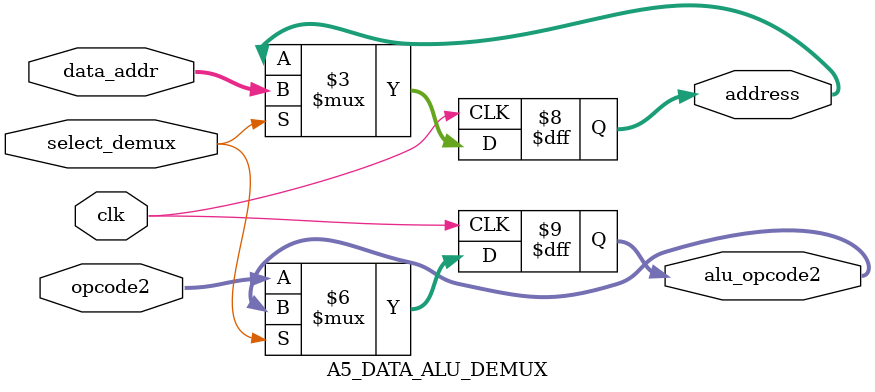
<source format=v>
`timescale 1ns / 1ps
module A5_DATA_ALU_DEMUX(clk, data_addr, opcode2, select_demux, address, alu_opcode2
    );

input clk, select_demux;
input [11:0] data_addr;
input [7:0] opcode2;

output reg [11:0] address;
output reg [7:0] alu_opcode2;

always @(posedge clk)
begin
		if (select_demux)
		begin
				address = data_addr; 
		end
		
		else
		begin
				alu_opcode2 = opcode2;
		end
end

endmodule

</source>
